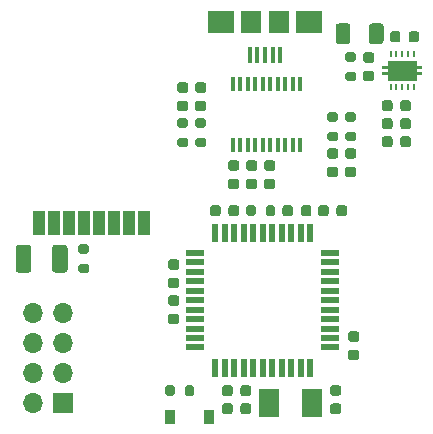
<source format=gbr>
%TF.GenerationSoftware,KiCad,Pcbnew,(5.1.9)-1*%
%TF.CreationDate,2021-02-10T20:47:27+02:00*%
%TF.ProjectId,RVP_saatja,5256505f-7361-4617-946a-612e6b696361,rev?*%
%TF.SameCoordinates,Original*%
%TF.FileFunction,Soldermask,Top*%
%TF.FilePolarity,Negative*%
%FSLAX46Y46*%
G04 Gerber Fmt 4.6, Leading zero omitted, Abs format (unit mm)*
G04 Created by KiCad (PCBNEW (5.1.9)-1) date 2021-02-10 20:47:27*
%MOMM*%
%LPD*%
G01*
G04 APERTURE LIST*
%ADD10R,0.900000X1.200000*%
%ADD11O,1.700000X1.700000*%
%ADD12R,1.700000X1.700000*%
%ADD13R,0.400000X1.400000*%
%ADD14R,2.300000X1.900000*%
%ADD15R,1.800000X1.900000*%
%ADD16R,1.700000X2.400000*%
%ADD17R,0.400000X1.200000*%
%ADD18R,1.000000X2.000000*%
%ADD19R,0.550000X1.500000*%
%ADD20R,1.500000X0.550000*%
%ADD21C,0.100000*%
%ADD22R,0.240000X0.600000*%
G04 APERTURE END LIST*
D10*
%TO.C,D4*%
X135812800Y-91846400D03*
X132512800Y-91846400D03*
%TD*%
%TO.C,C9*%
G36*
G01*
X146308000Y-90736000D02*
X146808000Y-90736000D01*
G75*
G02*
X147033000Y-90961000I0J-225000D01*
G01*
X147033000Y-91411000D01*
G75*
G02*
X146808000Y-91636000I-225000J0D01*
G01*
X146308000Y-91636000D01*
G75*
G02*
X146083000Y-91411000I0J225000D01*
G01*
X146083000Y-90961000D01*
G75*
G02*
X146308000Y-90736000I225000J0D01*
G01*
G37*
G36*
G01*
X146308000Y-89186000D02*
X146808000Y-89186000D01*
G75*
G02*
X147033000Y-89411000I0J-225000D01*
G01*
X147033000Y-89861000D01*
G75*
G02*
X146808000Y-90086000I-225000J0D01*
G01*
X146308000Y-90086000D01*
G75*
G02*
X146083000Y-89861000I0J225000D01*
G01*
X146083000Y-89411000D01*
G75*
G02*
X146308000Y-89186000I225000J0D01*
G01*
G37*
%TD*%
%TO.C,R10*%
G36*
G01*
X124947000Y-78911000D02*
X125497000Y-78911000D01*
G75*
G02*
X125697000Y-79111000I0J-200000D01*
G01*
X125697000Y-79511000D01*
G75*
G02*
X125497000Y-79711000I-200000J0D01*
G01*
X124947000Y-79711000D01*
G75*
G02*
X124747000Y-79511000I0J200000D01*
G01*
X124747000Y-79111000D01*
G75*
G02*
X124947000Y-78911000I200000J0D01*
G01*
G37*
G36*
G01*
X124947000Y-77261000D02*
X125497000Y-77261000D01*
G75*
G02*
X125697000Y-77461000I0J-200000D01*
G01*
X125697000Y-77861000D01*
G75*
G02*
X125497000Y-78061000I-200000J0D01*
G01*
X124947000Y-78061000D01*
G75*
G02*
X124747000Y-77861000I0J200000D01*
G01*
X124747000Y-77461000D01*
G75*
G02*
X124947000Y-77261000I200000J0D01*
G01*
G37*
%TD*%
%TO.C,C17*%
G36*
G01*
X145979000Y-74172000D02*
X145979000Y-74672000D01*
G75*
G02*
X145754000Y-74897000I-225000J0D01*
G01*
X145304000Y-74897000D01*
G75*
G02*
X145079000Y-74672000I0J225000D01*
G01*
X145079000Y-74172000D01*
G75*
G02*
X145304000Y-73947000I225000J0D01*
G01*
X145754000Y-73947000D01*
G75*
G02*
X145979000Y-74172000I0J-225000D01*
G01*
G37*
G36*
G01*
X147529000Y-74172000D02*
X147529000Y-74672000D01*
G75*
G02*
X147304000Y-74897000I-225000J0D01*
G01*
X146854000Y-74897000D01*
G75*
G02*
X146629000Y-74672000I0J225000D01*
G01*
X146629000Y-74172000D01*
G75*
G02*
X146854000Y-73947000I225000J0D01*
G01*
X147304000Y-73947000D01*
G75*
G02*
X147529000Y-74172000I0J-225000D01*
G01*
G37*
%TD*%
%TO.C,C16*%
G36*
G01*
X137851000Y-89412000D02*
X137851000Y-89912000D01*
G75*
G02*
X137626000Y-90137000I-225000J0D01*
G01*
X137176000Y-90137000D01*
G75*
G02*
X136951000Y-89912000I0J225000D01*
G01*
X136951000Y-89412000D01*
G75*
G02*
X137176000Y-89187000I225000J0D01*
G01*
X137626000Y-89187000D01*
G75*
G02*
X137851000Y-89412000I0J-225000D01*
G01*
G37*
G36*
G01*
X139401000Y-89412000D02*
X139401000Y-89912000D01*
G75*
G02*
X139176000Y-90137000I-225000J0D01*
G01*
X138726000Y-90137000D01*
G75*
G02*
X138501000Y-89912000I0J225000D01*
G01*
X138501000Y-89412000D01*
G75*
G02*
X138726000Y-89187000I225000J0D01*
G01*
X139176000Y-89187000D01*
G75*
G02*
X139401000Y-89412000I0J-225000D01*
G01*
G37*
%TD*%
%TO.C,C15*%
G36*
G01*
X132592000Y-83129000D02*
X133092000Y-83129000D01*
G75*
G02*
X133317000Y-83354000I0J-225000D01*
G01*
X133317000Y-83804000D01*
G75*
G02*
X133092000Y-84029000I-225000J0D01*
G01*
X132592000Y-84029000D01*
G75*
G02*
X132367000Y-83804000I0J225000D01*
G01*
X132367000Y-83354000D01*
G75*
G02*
X132592000Y-83129000I225000J0D01*
G01*
G37*
G36*
G01*
X132592000Y-81579000D02*
X133092000Y-81579000D01*
G75*
G02*
X133317000Y-81804000I0J-225000D01*
G01*
X133317000Y-82254000D01*
G75*
G02*
X133092000Y-82479000I-225000J0D01*
G01*
X132592000Y-82479000D01*
G75*
G02*
X132367000Y-82254000I0J225000D01*
G01*
X132367000Y-81804000D01*
G75*
G02*
X132592000Y-81579000I225000J0D01*
G01*
G37*
%TD*%
%TO.C,C14*%
G36*
G01*
X148332000Y-85527000D02*
X147832000Y-85527000D01*
G75*
G02*
X147607000Y-85302000I0J225000D01*
G01*
X147607000Y-84852000D01*
G75*
G02*
X147832000Y-84627000I225000J0D01*
G01*
X148332000Y-84627000D01*
G75*
G02*
X148557000Y-84852000I0J-225000D01*
G01*
X148557000Y-85302000D01*
G75*
G02*
X148332000Y-85527000I-225000J0D01*
G01*
G37*
G36*
G01*
X148332000Y-87077000D02*
X147832000Y-87077000D01*
G75*
G02*
X147607000Y-86852000I0J225000D01*
G01*
X147607000Y-86402000D01*
G75*
G02*
X147832000Y-86177000I225000J0D01*
G01*
X148332000Y-86177000D01*
G75*
G02*
X148557000Y-86402000I0J-225000D01*
G01*
X148557000Y-86852000D01*
G75*
G02*
X148332000Y-87077000I-225000J0D01*
G01*
G37*
%TD*%
%TO.C,C13*%
G36*
G01*
X133092000Y-79431000D02*
X132592000Y-79431000D01*
G75*
G02*
X132367000Y-79206000I0J225000D01*
G01*
X132367000Y-78756000D01*
G75*
G02*
X132592000Y-78531000I225000J0D01*
G01*
X133092000Y-78531000D01*
G75*
G02*
X133317000Y-78756000I0J-225000D01*
G01*
X133317000Y-79206000D01*
G75*
G02*
X133092000Y-79431000I-225000J0D01*
G01*
G37*
G36*
G01*
X133092000Y-80981000D02*
X132592000Y-80981000D01*
G75*
G02*
X132367000Y-80756000I0J225000D01*
G01*
X132367000Y-80306000D01*
G75*
G02*
X132592000Y-80081000I225000J0D01*
G01*
X133092000Y-80081000D01*
G75*
G02*
X133317000Y-80306000I0J-225000D01*
G01*
X133317000Y-80756000D01*
G75*
G02*
X133092000Y-80981000I-225000J0D01*
G01*
G37*
%TD*%
%TO.C,C12*%
G36*
G01*
X149602000Y-61905000D02*
X149102000Y-61905000D01*
G75*
G02*
X148877000Y-61680000I0J225000D01*
G01*
X148877000Y-61230000D01*
G75*
G02*
X149102000Y-61005000I225000J0D01*
G01*
X149602000Y-61005000D01*
G75*
G02*
X149827000Y-61230000I0J-225000D01*
G01*
X149827000Y-61680000D01*
G75*
G02*
X149602000Y-61905000I-225000J0D01*
G01*
G37*
G36*
G01*
X149602000Y-63455000D02*
X149102000Y-63455000D01*
G75*
G02*
X148877000Y-63230000I0J225000D01*
G01*
X148877000Y-62780000D01*
G75*
G02*
X149102000Y-62555000I225000J0D01*
G01*
X149602000Y-62555000D01*
G75*
G02*
X149827000Y-62780000I0J-225000D01*
G01*
X149827000Y-63230000D01*
G75*
G02*
X149602000Y-63455000I-225000J0D01*
G01*
G37*
%TD*%
%TO.C,C11*%
G36*
G01*
X136835000Y-74172000D02*
X136835000Y-74672000D01*
G75*
G02*
X136610000Y-74897000I-225000J0D01*
G01*
X136160000Y-74897000D01*
G75*
G02*
X135935000Y-74672000I0J225000D01*
G01*
X135935000Y-74172000D01*
G75*
G02*
X136160000Y-73947000I225000J0D01*
G01*
X136610000Y-73947000D01*
G75*
G02*
X136835000Y-74172000I0J-225000D01*
G01*
G37*
G36*
G01*
X138385000Y-74172000D02*
X138385000Y-74672000D01*
G75*
G02*
X138160000Y-74897000I-225000J0D01*
G01*
X137710000Y-74897000D01*
G75*
G02*
X137485000Y-74672000I0J225000D01*
G01*
X137485000Y-74172000D01*
G75*
G02*
X137710000Y-73947000I225000J0D01*
G01*
X138160000Y-73947000D01*
G75*
G02*
X138385000Y-74172000I0J-225000D01*
G01*
G37*
%TD*%
%TO.C,C4*%
G36*
G01*
X122541000Y-79411003D02*
X122541000Y-77560997D01*
G75*
G02*
X122790997Y-77311000I249997J0D01*
G01*
X123616003Y-77311000D01*
G75*
G02*
X123866000Y-77560997I0J-249997D01*
G01*
X123866000Y-79411003D01*
G75*
G02*
X123616003Y-79661000I-249997J0D01*
G01*
X122790997Y-79661000D01*
G75*
G02*
X122541000Y-79411003I0J249997D01*
G01*
G37*
G36*
G01*
X119466000Y-79411003D02*
X119466000Y-77560997D01*
G75*
G02*
X119715997Y-77311000I249997J0D01*
G01*
X120541003Y-77311000D01*
G75*
G02*
X120791000Y-77560997I0J-249997D01*
G01*
X120791000Y-79411003D01*
G75*
G02*
X120541003Y-79661000I-249997J0D01*
G01*
X119715997Y-79661000D01*
G75*
G02*
X119466000Y-79411003I0J249997D01*
G01*
G37*
%TD*%
D11*
%TO.C,J2*%
X120904000Y-83058000D03*
X123444000Y-83058000D03*
X120904000Y-85598000D03*
X123444000Y-85598000D03*
X120904000Y-88138000D03*
X123444000Y-88138000D03*
X120904000Y-90678000D03*
D12*
X123444000Y-90678000D03*
%TD*%
%TO.C,F1*%
G36*
G01*
X147815000Y-58811000D02*
X147815000Y-60061000D01*
G75*
G02*
X147565000Y-60311000I-250000J0D01*
G01*
X146815000Y-60311000D01*
G75*
G02*
X146565000Y-60061000I0J250000D01*
G01*
X146565000Y-58811000D01*
G75*
G02*
X146815000Y-58561000I250000J0D01*
G01*
X147565000Y-58561000D01*
G75*
G02*
X147815000Y-58811000I0J-250000D01*
G01*
G37*
G36*
G01*
X150615000Y-58811000D02*
X150615000Y-60061000D01*
G75*
G02*
X150365000Y-60311000I-250000J0D01*
G01*
X149615000Y-60311000D01*
G75*
G02*
X149365000Y-60061000I0J250000D01*
G01*
X149365000Y-58811000D01*
G75*
G02*
X149615000Y-58561000I250000J0D01*
G01*
X150365000Y-58561000D01*
G75*
G02*
X150615000Y-58811000I0J-250000D01*
G01*
G37*
%TD*%
%TO.C,FB1*%
G36*
G01*
X137665750Y-71724000D02*
X138178250Y-71724000D01*
G75*
G02*
X138397000Y-71942750I0J-218750D01*
G01*
X138397000Y-72380250D01*
G75*
G02*
X138178250Y-72599000I-218750J0D01*
G01*
X137665750Y-72599000D01*
G75*
G02*
X137447000Y-72380250I0J218750D01*
G01*
X137447000Y-71942750D01*
G75*
G02*
X137665750Y-71724000I218750J0D01*
G01*
G37*
G36*
G01*
X137665750Y-70149000D02*
X138178250Y-70149000D01*
G75*
G02*
X138397000Y-70367750I0J-218750D01*
G01*
X138397000Y-70805250D01*
G75*
G02*
X138178250Y-71024000I-218750J0D01*
G01*
X137665750Y-71024000D01*
G75*
G02*
X137447000Y-70805250I0J218750D01*
G01*
X137447000Y-70367750D01*
G75*
G02*
X137665750Y-70149000I218750J0D01*
G01*
G37*
%TD*%
D13*
%TO.C,J1*%
X141882000Y-61270000D03*
X141232000Y-61270000D03*
X140582000Y-61270000D03*
X139932000Y-61270000D03*
X139282000Y-61270000D03*
D14*
X144332000Y-58420000D03*
X136832000Y-58420000D03*
D15*
X141732000Y-58420000D03*
X139432000Y-58420000D03*
%TD*%
D16*
%TO.C,Y1*%
X140898000Y-90678000D03*
X144598000Y-90678000D03*
%TD*%
D17*
%TO.C,U4*%
X143573500Y-68894000D03*
X142938500Y-68894000D03*
X142303500Y-68894000D03*
X141668500Y-68894000D03*
X141033500Y-68894000D03*
X140398500Y-68894000D03*
X139763500Y-68894000D03*
X139128500Y-68894000D03*
X138493500Y-68894000D03*
X137858500Y-68894000D03*
X137858500Y-63694000D03*
X138493500Y-63694000D03*
X139128500Y-63694000D03*
X139763500Y-63694000D03*
X140398500Y-63694000D03*
X141033500Y-63694000D03*
X141668500Y-63694000D03*
X142303500Y-63694000D03*
X142938500Y-63694000D03*
X143573500Y-63694000D03*
%TD*%
%TO.C,R7*%
G36*
G01*
X140633000Y-74697000D02*
X140633000Y-74147000D01*
G75*
G02*
X140833000Y-73947000I200000J0D01*
G01*
X141233000Y-73947000D01*
G75*
G02*
X141433000Y-74147000I0J-200000D01*
G01*
X141433000Y-74697000D01*
G75*
G02*
X141233000Y-74897000I-200000J0D01*
G01*
X140833000Y-74897000D01*
G75*
G02*
X140633000Y-74697000I0J200000D01*
G01*
G37*
G36*
G01*
X138983000Y-74697000D02*
X138983000Y-74147000D01*
G75*
G02*
X139183000Y-73947000I200000J0D01*
G01*
X139583000Y-73947000D01*
G75*
G02*
X139783000Y-74147000I0J-200000D01*
G01*
X139783000Y-74697000D01*
G75*
G02*
X139583000Y-74897000I-200000J0D01*
G01*
X139183000Y-74897000D01*
G75*
G02*
X138983000Y-74697000I0J200000D01*
G01*
G37*
%TD*%
%TO.C,R6*%
G36*
G01*
X132925000Y-89387000D02*
X132925000Y-89937000D01*
G75*
G02*
X132725000Y-90137000I-200000J0D01*
G01*
X132325000Y-90137000D01*
G75*
G02*
X132125000Y-89937000I0J200000D01*
G01*
X132125000Y-89387000D01*
G75*
G02*
X132325000Y-89187000I200000J0D01*
G01*
X132725000Y-89187000D01*
G75*
G02*
X132925000Y-89387000I0J-200000D01*
G01*
G37*
G36*
G01*
X134575000Y-89387000D02*
X134575000Y-89937000D01*
G75*
G02*
X134375000Y-90137000I-200000J0D01*
G01*
X133975000Y-90137000D01*
G75*
G02*
X133775000Y-89937000I0J200000D01*
G01*
X133775000Y-89387000D01*
G75*
G02*
X133975000Y-89187000I200000J0D01*
G01*
X134375000Y-89187000D01*
G75*
G02*
X134575000Y-89387000I0J-200000D01*
G01*
G37*
%TD*%
%TO.C,R5*%
G36*
G01*
X146029000Y-67735000D02*
X146579000Y-67735000D01*
G75*
G02*
X146779000Y-67935000I0J-200000D01*
G01*
X146779000Y-68335000D01*
G75*
G02*
X146579000Y-68535000I-200000J0D01*
G01*
X146029000Y-68535000D01*
G75*
G02*
X145829000Y-68335000I0J200000D01*
G01*
X145829000Y-67935000D01*
G75*
G02*
X146029000Y-67735000I200000J0D01*
G01*
G37*
G36*
G01*
X146029000Y-66085000D02*
X146579000Y-66085000D01*
G75*
G02*
X146779000Y-66285000I0J-200000D01*
G01*
X146779000Y-66685000D01*
G75*
G02*
X146579000Y-66885000I-200000J0D01*
G01*
X146029000Y-66885000D01*
G75*
G02*
X145829000Y-66685000I0J200000D01*
G01*
X145829000Y-66285000D01*
G75*
G02*
X146029000Y-66085000I200000J0D01*
G01*
G37*
%TD*%
%TO.C,R4*%
G36*
G01*
X147553000Y-67735000D02*
X148103000Y-67735000D01*
G75*
G02*
X148303000Y-67935000I0J-200000D01*
G01*
X148303000Y-68335000D01*
G75*
G02*
X148103000Y-68535000I-200000J0D01*
G01*
X147553000Y-68535000D01*
G75*
G02*
X147353000Y-68335000I0J200000D01*
G01*
X147353000Y-67935000D01*
G75*
G02*
X147553000Y-67735000I200000J0D01*
G01*
G37*
G36*
G01*
X147553000Y-66085000D02*
X148103000Y-66085000D01*
G75*
G02*
X148303000Y-66285000I0J-200000D01*
G01*
X148303000Y-66685000D01*
G75*
G02*
X148103000Y-66885000I-200000J0D01*
G01*
X147553000Y-66885000D01*
G75*
G02*
X147353000Y-66685000I0J200000D01*
G01*
X147353000Y-66285000D01*
G75*
G02*
X147553000Y-66085000I200000J0D01*
G01*
G37*
%TD*%
%TO.C,R3*%
G36*
G01*
X133329000Y-68243000D02*
X133879000Y-68243000D01*
G75*
G02*
X134079000Y-68443000I0J-200000D01*
G01*
X134079000Y-68843000D01*
G75*
G02*
X133879000Y-69043000I-200000J0D01*
G01*
X133329000Y-69043000D01*
G75*
G02*
X133129000Y-68843000I0J200000D01*
G01*
X133129000Y-68443000D01*
G75*
G02*
X133329000Y-68243000I200000J0D01*
G01*
G37*
G36*
G01*
X133329000Y-66593000D02*
X133879000Y-66593000D01*
G75*
G02*
X134079000Y-66793000I0J-200000D01*
G01*
X134079000Y-67193000D01*
G75*
G02*
X133879000Y-67393000I-200000J0D01*
G01*
X133329000Y-67393000D01*
G75*
G02*
X133129000Y-67193000I0J200000D01*
G01*
X133129000Y-66793000D01*
G75*
G02*
X133329000Y-66593000I200000J0D01*
G01*
G37*
%TD*%
%TO.C,R2*%
G36*
G01*
X134853000Y-68243000D02*
X135403000Y-68243000D01*
G75*
G02*
X135603000Y-68443000I0J-200000D01*
G01*
X135603000Y-68843000D01*
G75*
G02*
X135403000Y-69043000I-200000J0D01*
G01*
X134853000Y-69043000D01*
G75*
G02*
X134653000Y-68843000I0J200000D01*
G01*
X134653000Y-68443000D01*
G75*
G02*
X134853000Y-68243000I200000J0D01*
G01*
G37*
G36*
G01*
X134853000Y-66593000D02*
X135403000Y-66593000D01*
G75*
G02*
X135603000Y-66793000I0J-200000D01*
G01*
X135603000Y-67193000D01*
G75*
G02*
X135403000Y-67393000I-200000J0D01*
G01*
X134853000Y-67393000D01*
G75*
G02*
X134653000Y-67193000I0J200000D01*
G01*
X134653000Y-66793000D01*
G75*
G02*
X134853000Y-66593000I200000J0D01*
G01*
G37*
%TD*%
%TO.C,D3*%
G36*
G01*
X142931500Y-74165750D02*
X142931500Y-74678250D01*
G75*
G02*
X142712750Y-74897000I-218750J0D01*
G01*
X142275250Y-74897000D01*
G75*
G02*
X142056500Y-74678250I0J218750D01*
G01*
X142056500Y-74165750D01*
G75*
G02*
X142275250Y-73947000I218750J0D01*
G01*
X142712750Y-73947000D01*
G75*
G02*
X142931500Y-74165750I0J-218750D01*
G01*
G37*
G36*
G01*
X144506500Y-74165750D02*
X144506500Y-74678250D01*
G75*
G02*
X144287750Y-74897000I-218750J0D01*
G01*
X143850250Y-74897000D01*
G75*
G02*
X143631500Y-74678250I0J218750D01*
G01*
X143631500Y-74165750D01*
G75*
G02*
X143850250Y-73947000I218750J0D01*
G01*
X144287750Y-73947000D01*
G75*
G02*
X144506500Y-74165750I0J-218750D01*
G01*
G37*
%TD*%
%TO.C,D2*%
G36*
G01*
X146560250Y-70008000D02*
X146047750Y-70008000D01*
G75*
G02*
X145829000Y-69789250I0J218750D01*
G01*
X145829000Y-69351750D01*
G75*
G02*
X146047750Y-69133000I218750J0D01*
G01*
X146560250Y-69133000D01*
G75*
G02*
X146779000Y-69351750I0J-218750D01*
G01*
X146779000Y-69789250D01*
G75*
G02*
X146560250Y-70008000I-218750J0D01*
G01*
G37*
G36*
G01*
X146560250Y-71583000D02*
X146047750Y-71583000D01*
G75*
G02*
X145829000Y-71364250I0J218750D01*
G01*
X145829000Y-70926750D01*
G75*
G02*
X146047750Y-70708000I218750J0D01*
G01*
X146560250Y-70708000D01*
G75*
G02*
X146779000Y-70926750I0J-218750D01*
G01*
X146779000Y-71364250D01*
G75*
G02*
X146560250Y-71583000I-218750J0D01*
G01*
G37*
%TD*%
%TO.C,D1*%
G36*
G01*
X148084250Y-70008000D02*
X147571750Y-70008000D01*
G75*
G02*
X147353000Y-69789250I0J218750D01*
G01*
X147353000Y-69351750D01*
G75*
G02*
X147571750Y-69133000I218750J0D01*
G01*
X148084250Y-69133000D01*
G75*
G02*
X148303000Y-69351750I0J-218750D01*
G01*
X148303000Y-69789250D01*
G75*
G02*
X148084250Y-70008000I-218750J0D01*
G01*
G37*
G36*
G01*
X148084250Y-71583000D02*
X147571750Y-71583000D01*
G75*
G02*
X147353000Y-71364250I0J218750D01*
G01*
X147353000Y-70926750D01*
G75*
G02*
X147571750Y-70708000I218750J0D01*
G01*
X148084250Y-70708000D01*
G75*
G02*
X148303000Y-70926750I0J-218750D01*
G01*
X148303000Y-71364250D01*
G75*
G02*
X148084250Y-71583000I-218750J0D01*
G01*
G37*
%TD*%
%TO.C,C10*%
G36*
G01*
X137851000Y-90936000D02*
X137851000Y-91436000D01*
G75*
G02*
X137626000Y-91661000I-225000J0D01*
G01*
X137176000Y-91661000D01*
G75*
G02*
X136951000Y-91436000I0J225000D01*
G01*
X136951000Y-90936000D01*
G75*
G02*
X137176000Y-90711000I225000J0D01*
G01*
X137626000Y-90711000D01*
G75*
G02*
X137851000Y-90936000I0J-225000D01*
G01*
G37*
G36*
G01*
X139401000Y-90936000D02*
X139401000Y-91436000D01*
G75*
G02*
X139176000Y-91661000I-225000J0D01*
G01*
X138726000Y-91661000D01*
G75*
G02*
X138501000Y-91436000I0J225000D01*
G01*
X138501000Y-90936000D01*
G75*
G02*
X138726000Y-90711000I225000J0D01*
G01*
X139176000Y-90711000D01*
G75*
G02*
X139401000Y-90936000I0J-225000D01*
G01*
G37*
%TD*%
%TO.C,C8*%
G36*
G01*
X140720000Y-71699000D02*
X141220000Y-71699000D01*
G75*
G02*
X141445000Y-71924000I0J-225000D01*
G01*
X141445000Y-72374000D01*
G75*
G02*
X141220000Y-72599000I-225000J0D01*
G01*
X140720000Y-72599000D01*
G75*
G02*
X140495000Y-72374000I0J225000D01*
G01*
X140495000Y-71924000D01*
G75*
G02*
X140720000Y-71699000I225000J0D01*
G01*
G37*
G36*
G01*
X140720000Y-70149000D02*
X141220000Y-70149000D01*
G75*
G02*
X141445000Y-70374000I0J-225000D01*
G01*
X141445000Y-70824000D01*
G75*
G02*
X141220000Y-71049000I-225000J0D01*
G01*
X140720000Y-71049000D01*
G75*
G02*
X140495000Y-70824000I0J225000D01*
G01*
X140495000Y-70374000D01*
G75*
G02*
X140720000Y-70149000I225000J0D01*
G01*
G37*
%TD*%
%TO.C,C7*%
G36*
G01*
X139196000Y-71699000D02*
X139696000Y-71699000D01*
G75*
G02*
X139921000Y-71924000I0J-225000D01*
G01*
X139921000Y-72374000D01*
G75*
G02*
X139696000Y-72599000I-225000J0D01*
G01*
X139196000Y-72599000D01*
G75*
G02*
X138971000Y-72374000I0J225000D01*
G01*
X138971000Y-71924000D01*
G75*
G02*
X139196000Y-71699000I225000J0D01*
G01*
G37*
G36*
G01*
X139196000Y-70149000D02*
X139696000Y-70149000D01*
G75*
G02*
X139921000Y-70374000I0J-225000D01*
G01*
X139921000Y-70824000D01*
G75*
G02*
X139696000Y-71049000I-225000J0D01*
G01*
X139196000Y-71049000D01*
G75*
G02*
X138971000Y-70824000I0J225000D01*
G01*
X138971000Y-70374000D01*
G75*
G02*
X139196000Y-70149000I225000J0D01*
G01*
G37*
%TD*%
%TO.C,C6*%
G36*
G01*
X133854000Y-64445000D02*
X133354000Y-64445000D01*
G75*
G02*
X133129000Y-64220000I0J225000D01*
G01*
X133129000Y-63770000D01*
G75*
G02*
X133354000Y-63545000I225000J0D01*
G01*
X133854000Y-63545000D01*
G75*
G02*
X134079000Y-63770000I0J-225000D01*
G01*
X134079000Y-64220000D01*
G75*
G02*
X133854000Y-64445000I-225000J0D01*
G01*
G37*
G36*
G01*
X133854000Y-65995000D02*
X133354000Y-65995000D01*
G75*
G02*
X133129000Y-65770000I0J225000D01*
G01*
X133129000Y-65320000D01*
G75*
G02*
X133354000Y-65095000I225000J0D01*
G01*
X133854000Y-65095000D01*
G75*
G02*
X134079000Y-65320000I0J-225000D01*
G01*
X134079000Y-65770000D01*
G75*
G02*
X133854000Y-65995000I-225000J0D01*
G01*
G37*
%TD*%
%TO.C,C5*%
G36*
G01*
X135378000Y-64445000D02*
X134878000Y-64445000D01*
G75*
G02*
X134653000Y-64220000I0J225000D01*
G01*
X134653000Y-63770000D01*
G75*
G02*
X134878000Y-63545000I225000J0D01*
G01*
X135378000Y-63545000D01*
G75*
G02*
X135603000Y-63770000I0J-225000D01*
G01*
X135603000Y-64220000D01*
G75*
G02*
X135378000Y-64445000I-225000J0D01*
G01*
G37*
G36*
G01*
X135378000Y-65995000D02*
X134878000Y-65995000D01*
G75*
G02*
X134653000Y-65770000I0J225000D01*
G01*
X134653000Y-65320000D01*
G75*
G02*
X134878000Y-65095000I225000J0D01*
G01*
X135378000Y-65095000D01*
G75*
G02*
X135603000Y-65320000I0J-225000D01*
G01*
X135603000Y-65770000D01*
G75*
G02*
X135378000Y-65995000I-225000J0D01*
G01*
G37*
%TD*%
%TO.C,R1*%
G36*
G01*
X148103000Y-61805000D02*
X147553000Y-61805000D01*
G75*
G02*
X147353000Y-61605000I0J200000D01*
G01*
X147353000Y-61205000D01*
G75*
G02*
X147553000Y-61005000I200000J0D01*
G01*
X148103000Y-61005000D01*
G75*
G02*
X148303000Y-61205000I0J-200000D01*
G01*
X148303000Y-61605000D01*
G75*
G02*
X148103000Y-61805000I-200000J0D01*
G01*
G37*
G36*
G01*
X148103000Y-63455000D02*
X147553000Y-63455000D01*
G75*
G02*
X147353000Y-63255000I0J200000D01*
G01*
X147353000Y-62855000D01*
G75*
G02*
X147553000Y-62655000I200000J0D01*
G01*
X148103000Y-62655000D01*
G75*
G02*
X148303000Y-62855000I0J-200000D01*
G01*
X148303000Y-63255000D01*
G75*
G02*
X148103000Y-63455000I-200000J0D01*
G01*
G37*
%TD*%
%TO.C,L1*%
G36*
G01*
X152750000Y-59946250D02*
X152750000Y-59433750D01*
G75*
G02*
X152968750Y-59215000I218750J0D01*
G01*
X153406250Y-59215000D01*
G75*
G02*
X153625000Y-59433750I0J-218750D01*
G01*
X153625000Y-59946250D01*
G75*
G02*
X153406250Y-60165000I-218750J0D01*
G01*
X152968750Y-60165000D01*
G75*
G02*
X152750000Y-59946250I0J218750D01*
G01*
G37*
G36*
G01*
X151175000Y-59946250D02*
X151175000Y-59433750D01*
G75*
G02*
X151393750Y-59215000I218750J0D01*
G01*
X151831250Y-59215000D01*
G75*
G02*
X152050000Y-59433750I0J-218750D01*
G01*
X152050000Y-59946250D01*
G75*
G02*
X151831250Y-60165000I-218750J0D01*
G01*
X151393750Y-60165000D01*
G75*
G02*
X151175000Y-59946250I0J218750D01*
G01*
G37*
%TD*%
%TO.C,C3*%
G36*
G01*
X151379000Y-68330000D02*
X151379000Y-68830000D01*
G75*
G02*
X151154000Y-69055000I-225000J0D01*
G01*
X150704000Y-69055000D01*
G75*
G02*
X150479000Y-68830000I0J225000D01*
G01*
X150479000Y-68330000D01*
G75*
G02*
X150704000Y-68105000I225000J0D01*
G01*
X151154000Y-68105000D01*
G75*
G02*
X151379000Y-68330000I0J-225000D01*
G01*
G37*
G36*
G01*
X152929000Y-68330000D02*
X152929000Y-68830000D01*
G75*
G02*
X152704000Y-69055000I-225000J0D01*
G01*
X152254000Y-69055000D01*
G75*
G02*
X152029000Y-68830000I0J225000D01*
G01*
X152029000Y-68330000D01*
G75*
G02*
X152254000Y-68105000I225000J0D01*
G01*
X152704000Y-68105000D01*
G75*
G02*
X152929000Y-68330000I0J-225000D01*
G01*
G37*
%TD*%
%TO.C,C2*%
G36*
G01*
X151379000Y-66806000D02*
X151379000Y-67306000D01*
G75*
G02*
X151154000Y-67531000I-225000J0D01*
G01*
X150704000Y-67531000D01*
G75*
G02*
X150479000Y-67306000I0J225000D01*
G01*
X150479000Y-66806000D01*
G75*
G02*
X150704000Y-66581000I225000J0D01*
G01*
X151154000Y-66581000D01*
G75*
G02*
X151379000Y-66806000I0J-225000D01*
G01*
G37*
G36*
G01*
X152929000Y-66806000D02*
X152929000Y-67306000D01*
G75*
G02*
X152704000Y-67531000I-225000J0D01*
G01*
X152254000Y-67531000D01*
G75*
G02*
X152029000Y-67306000I0J225000D01*
G01*
X152029000Y-66806000D01*
G75*
G02*
X152254000Y-66581000I225000J0D01*
G01*
X152704000Y-66581000D01*
G75*
G02*
X152929000Y-66806000I0J-225000D01*
G01*
G37*
%TD*%
%TO.C,C1*%
G36*
G01*
X151379000Y-65282000D02*
X151379000Y-65782000D01*
G75*
G02*
X151154000Y-66007000I-225000J0D01*
G01*
X150704000Y-66007000D01*
G75*
G02*
X150479000Y-65782000I0J225000D01*
G01*
X150479000Y-65282000D01*
G75*
G02*
X150704000Y-65057000I225000J0D01*
G01*
X151154000Y-65057000D01*
G75*
G02*
X151379000Y-65282000I0J-225000D01*
G01*
G37*
G36*
G01*
X152929000Y-65282000D02*
X152929000Y-65782000D01*
G75*
G02*
X152704000Y-66007000I-225000J0D01*
G01*
X152254000Y-66007000D01*
G75*
G02*
X152029000Y-65782000I0J225000D01*
G01*
X152029000Y-65282000D01*
G75*
G02*
X152254000Y-65057000I225000J0D01*
G01*
X152704000Y-65057000D01*
G75*
G02*
X152929000Y-65282000I0J-225000D01*
G01*
G37*
%TD*%
D18*
%TO.C,U3*%
X130364000Y-75486000D03*
X129094000Y-75486000D03*
X127824000Y-75486000D03*
X126554000Y-75486000D03*
X125284000Y-75486000D03*
X124014000Y-75486000D03*
X122744000Y-75486000D03*
X121474000Y-75486000D03*
%TD*%
D19*
%TO.C,U2*%
X136386000Y-76294000D03*
X137186000Y-76294000D03*
X137986000Y-76294000D03*
X138786000Y-76294000D03*
X139586000Y-76294000D03*
X140386000Y-76294000D03*
X141186000Y-76294000D03*
X141986000Y-76294000D03*
X142786000Y-76294000D03*
X143586000Y-76294000D03*
X144386000Y-76294000D03*
D20*
X146086000Y-77994000D03*
X146086000Y-78794000D03*
X146086000Y-79594000D03*
X146086000Y-80394000D03*
X146086000Y-81194000D03*
X146086000Y-81994000D03*
X146086000Y-82794000D03*
X146086000Y-83594000D03*
X146086000Y-84394000D03*
X146086000Y-85194000D03*
X146086000Y-85994000D03*
D19*
X144386000Y-87694000D03*
X143586000Y-87694000D03*
X142786000Y-87694000D03*
X141986000Y-87694000D03*
X141186000Y-87694000D03*
X140386000Y-87694000D03*
X139586000Y-87694000D03*
X138786000Y-87694000D03*
X137986000Y-87694000D03*
X137186000Y-87694000D03*
X136386000Y-87694000D03*
D20*
X134686000Y-85994000D03*
X134686000Y-85194000D03*
X134686000Y-84394000D03*
X134686000Y-83594000D03*
X134686000Y-82794000D03*
X134686000Y-81994000D03*
X134686000Y-81194000D03*
X134686000Y-80394000D03*
X134686000Y-79594000D03*
X134686000Y-78794000D03*
X134686000Y-77994000D03*
%TD*%
D21*
%TO.C,U1*%
G36*
X153412000Y-62449000D02*
G01*
X153412000Y-62699000D01*
X153912000Y-62699000D01*
X153912000Y-62949000D01*
X153412000Y-62949000D01*
X153412000Y-63399000D01*
X151012000Y-63399000D01*
X151012000Y-62949000D01*
X150512000Y-62949000D01*
X150512000Y-62699000D01*
X151012000Y-62699000D01*
X151012000Y-62449000D01*
X150512000Y-62449000D01*
X150512000Y-62199000D01*
X151012000Y-62199000D01*
X151012000Y-61749000D01*
X153412000Y-61749000D01*
X153412000Y-62199000D01*
X153912000Y-62199000D01*
X153912000Y-62449000D01*
X153412000Y-62449000D01*
G37*
D22*
X153212000Y-63974000D03*
X152712000Y-63974000D03*
X152212000Y-63974000D03*
X151712000Y-63974000D03*
X151212000Y-63974000D03*
X151212000Y-61174000D03*
X151712000Y-61174000D03*
X152212000Y-61174000D03*
X152712000Y-61174000D03*
X153212000Y-61174000D03*
%TD*%
M02*

</source>
